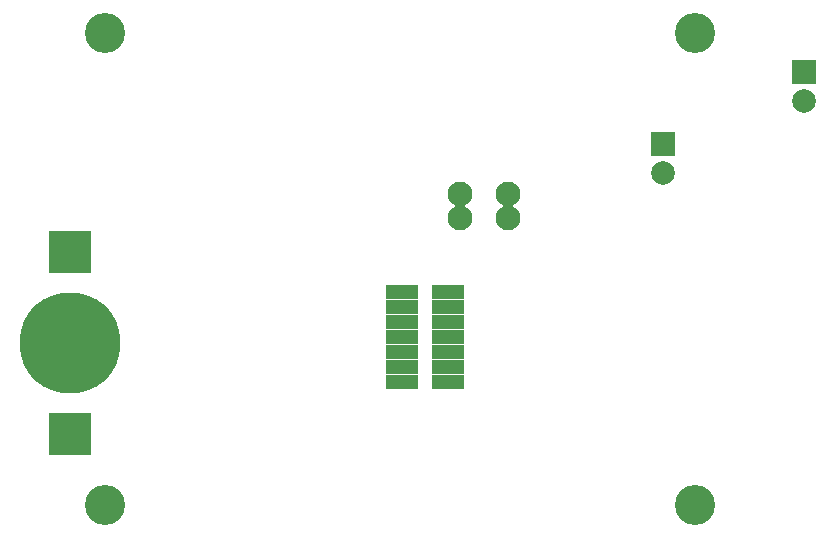
<source format=gbs>
G04 #@! TF.GenerationSoftware,KiCad,Pcbnew,(5.0.0-rc2-dev-70-g2da7199a3)*
G04 #@! TF.CreationDate,2018-03-19T21:37:12-04:00*
G04 #@! TF.ProjectId,processor,70726F636573736F722E6B696361645F,rev?*
G04 #@! TF.SameCoordinates,Original*
G04 #@! TF.FileFunction,Soldermask,Bot*
G04 #@! TF.FilePolarity,Negative*
%FSLAX46Y46*%
G04 Gerber Fmt 4.6, Leading zero omitted, Abs format (unit mm)*
G04 Created by KiCad (PCBNEW (5.0.0-rc2-dev-70-g2da7199a3)) date 03/19/18 21:37:12*
%MOMM*%
%LPD*%
G01*
G04 APERTURE LIST*
%ADD10C,2.100000*%
%ADD11C,3.400000*%
%ADD12R,3.600000X3.600000*%
%ADD13C,8.530000*%
%ADD14R,2.800000X1.160000*%
%ADD15R,2.000000X2.000000*%
%ADD16C,2.000000*%
G04 APERTURE END LIST*
D10*
X42600000Y-20700000D03*
X42600000Y-18700000D03*
D11*
X12500000Y-5000000D03*
X62500000Y-45000000D03*
X12500000Y-45000000D03*
D12*
X9600000Y-23600000D03*
X9600000Y-39000000D03*
D13*
X9600000Y-31300000D03*
D10*
X46700000Y-20700000D03*
X46700000Y-18700000D03*
D11*
X62500000Y-5000000D03*
D14*
X41550000Y-34610000D03*
X37650000Y-34610000D03*
X41550000Y-33340000D03*
X37650000Y-33340000D03*
X41550000Y-32070000D03*
X37650000Y-32070000D03*
X41550000Y-30800000D03*
X37650000Y-30800000D03*
X41550000Y-29530000D03*
X37650000Y-29530000D03*
X41550000Y-28260000D03*
X37650000Y-28260000D03*
X41550000Y-26990000D03*
X37650000Y-26990000D03*
D15*
X59800000Y-14400000D03*
D16*
X59800000Y-16900000D03*
D15*
X71700000Y-8300000D03*
D16*
X71700000Y-10800000D03*
M02*

</source>
